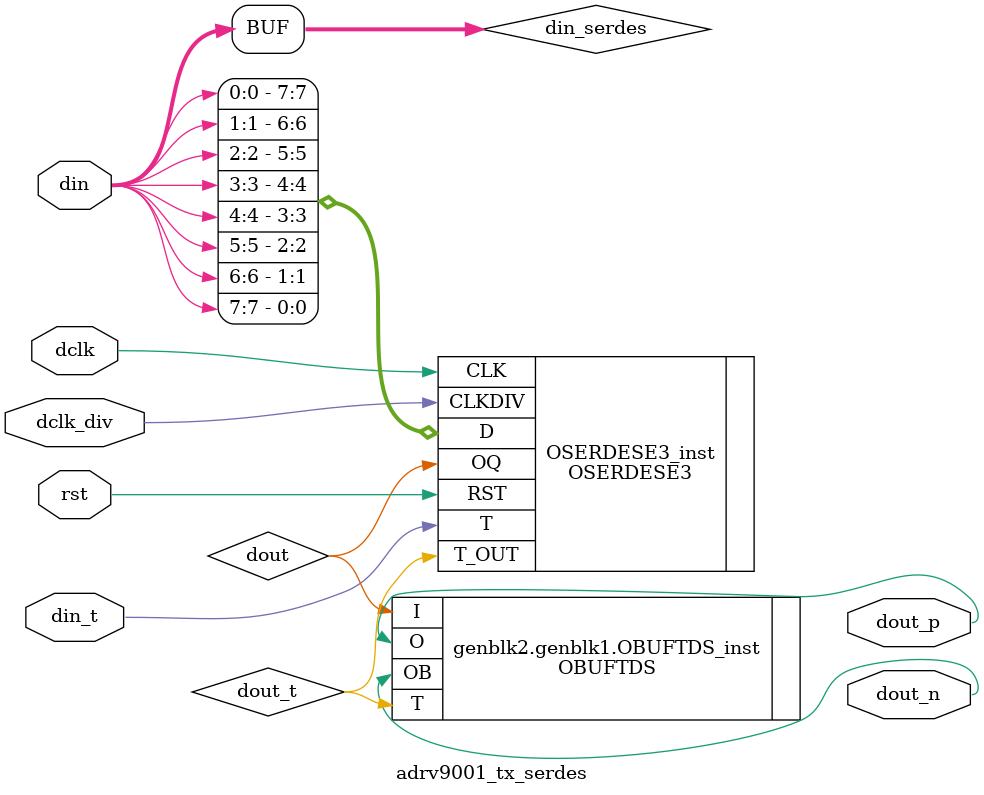
<source format=v>
`timescale 1ns / 1ps

module adrv9001_tx_serdes#( 
  parameter SWAP_DIFF = 0,              // Swap diff pair allowing physical connection of P signal to N pin and N signal to P pin
  parameter LVDS = 1                   // Output is LVDS or CMOS
  )(
  input   wire          rst,            // reset
	input   wire          dclk_div,       // data/divided clock synchronous to parallel input 
  input   wire          dclk,           // data clock synchronous to output
  output  wire          dout_p,         // 1-bit input: Diff_p buffer input (connect directly to top-level port)
  output  wire			    dout_n,         // 1-bit input: Diff_n buffer input (connect directly to top-level port)
  input   wire 	[7:0]   din,            // Parallel data output
  input   wire          din_t           // Data in tristate
    );
    	

wire        dout_t;
wire        dout;
wire [7:0]  din_serdes;
                  
/* Invert if swapping diff pair */                  
generate

  if( SWAP_DIFF == 1 ) begin
    assign din_serdes = ~din;
  end else begin  
    assign din_serdes = din;
  end
  
endgenerate

OSERDESE3 #(
  .DATA_WIDTH(8),                   // Parallel Data Width (4-8)
  .INIT(1'b0),                      // Initialization value of the OSERDES flip-flops
  .IS_CLKDIV_INVERTED(1'b0),        // Optional inversion for CLKDIV
  .IS_CLK_INVERTED(1'b0),           // Optional inversion for CLK
  .IS_RST_INVERTED(1'b0),           // Optional inversion for RST
  .SIM_DEVICE("ULTRASCALE_PLUS")    // Set the device version (ULTRASCALE, ULTRASCALE_PLUS, ULTRASCALE_PLUS_ES1, ULTRASCALE_PLUS_ES2)
)
OSERDESE3_inst (
  .OQ(dout),                        // 1-bit output: Serial Output Data
  .T_OUT(dout_t),                   // 1-bit output: 3-state control output to IOB
  .CLK(dclk),                       // 1-bit input: High-speed clock
  .CLKDIV(dclk_div),                // 1-bit input: Divided Clock
  .D({din_serdes[0],
      din_serdes[1],
      din_serdes[2],
      din_serdes[3],
      din_serdes[4],
      din_serdes[5],
      din_serdes[6],
      din_serdes[7]}),                     // 8-bit input: Parallel Data Input
  .RST(rst),                        // 1-bit input: Asynchronous Reset
  .T(din_t)                         // 1-bit input: Tristate input from fabric
  );

/* output io buffer */
generate

if( LVDS == 0 ) begin

  OBUFT OBUFT_inst (
    .O(dout_p),     
    .I(dout),     
    .T(dout_t));
    
  assign dout_n = 0;
  
end else begin

  if( SWAP_DIFF == 1 ) begin
    
  OBUFTDS OBUFTDS_inst (
    .O(dout_n),              
    .OB(dout_p),         
    .I(dout),          
    .T(dout_t));  
      
  end else begin

  OBUFTDS OBUFTDS_inst (
    .O(dout_p),  
    .OB(dout_n),  
    .I(dout),  
    .T(dout_t));     
        
    end
end

endgenerate
    
endmodule

</source>
